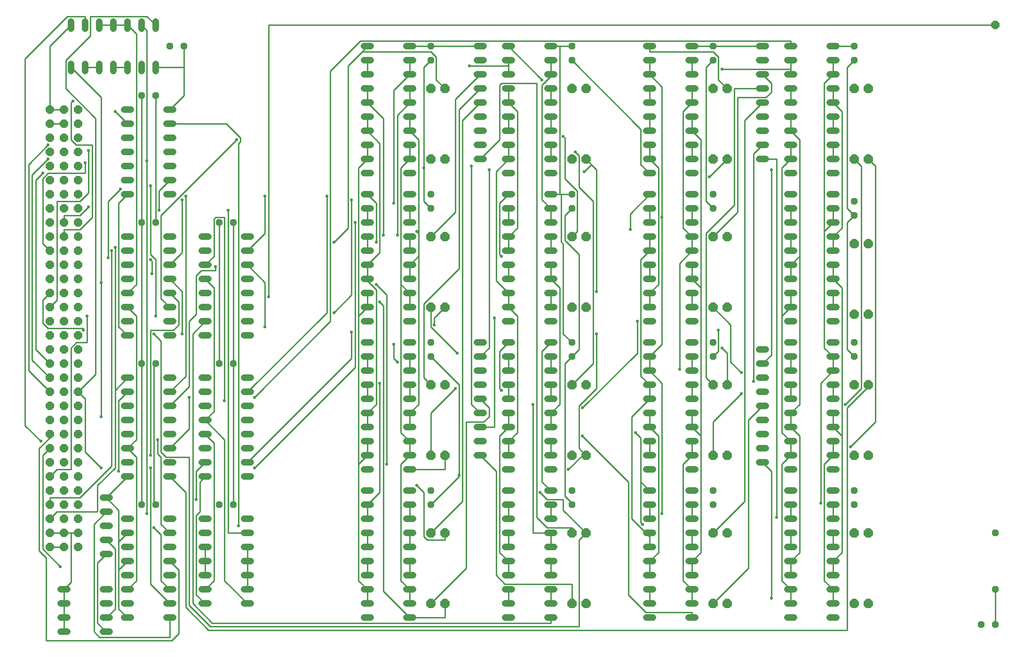
<source format=gbr>
G04 EAGLE Gerber RS-274X export*
G75*
%MOMM*%
%FSLAX34Y34*%
%LPD*%
%INTop Copper*%
%IPPOS*%
%AMOC8*
5,1,8,0,0,1.08239X$1,22.5*%
G01*
%ADD10P,1.649562X8X202.500000*%
%ADD11P,1.319650X8X202.500000*%
%ADD12P,1.319650X8X112.500000*%
%ADD13C,1.219200*%
%ADD14P,1.319650X8X292.500000*%
%ADD15P,1.319650X8X22.500000*%
%ADD16P,1.649562X8X22.500000*%
%ADD17P,1.814519X8X22.500000*%
%ADD18C,0.254000*%
%ADD19C,0.558800*%


D10*
X50800Y177800D03*
X50800Y203200D03*
X50800Y228600D03*
X50800Y254000D03*
X50800Y279400D03*
X50800Y304800D03*
X50800Y330200D03*
X50800Y355600D03*
X50800Y381000D03*
X50800Y406400D03*
X50800Y431800D03*
X50800Y457200D03*
X50800Y482600D03*
X50800Y508000D03*
X50800Y533400D03*
X50800Y558800D03*
X76200Y177800D03*
X76200Y203200D03*
X76200Y228600D03*
X76200Y254000D03*
X76200Y279400D03*
X76200Y304800D03*
X76200Y330200D03*
X76200Y355600D03*
X76200Y381000D03*
X76200Y406400D03*
X76200Y431800D03*
X76200Y457200D03*
X76200Y482600D03*
X76200Y508000D03*
X76200Y533400D03*
X76200Y558800D03*
X101600Y177800D03*
X101600Y203200D03*
X101600Y228600D03*
X101600Y254000D03*
X101600Y279400D03*
X101600Y304800D03*
X101600Y330200D03*
X101600Y355600D03*
X101600Y381000D03*
X101600Y406400D03*
X101600Y431800D03*
X101600Y457200D03*
X101600Y482600D03*
X101600Y508000D03*
X101600Y533400D03*
X101600Y558800D03*
X50800Y584200D03*
X50800Y609600D03*
X50800Y635000D03*
X50800Y660400D03*
X50800Y685800D03*
X50800Y711200D03*
X50800Y736600D03*
X50800Y762000D03*
X50800Y787400D03*
X50800Y812800D03*
X50800Y838200D03*
X50800Y863600D03*
X50800Y889000D03*
X50800Y914400D03*
X50800Y939800D03*
X50800Y965200D03*
X76200Y584200D03*
X76200Y609600D03*
X76200Y635000D03*
X76200Y660400D03*
X76200Y685800D03*
X76200Y711200D03*
X76200Y736600D03*
X76200Y762000D03*
X76200Y787400D03*
X76200Y812800D03*
X76200Y838200D03*
X76200Y863600D03*
X76200Y889000D03*
X76200Y914400D03*
X76200Y939800D03*
X76200Y965200D03*
X101600Y584200D03*
X101600Y609600D03*
X101600Y635000D03*
X101600Y660400D03*
X101600Y685800D03*
X101600Y711200D03*
X101600Y736600D03*
X101600Y762000D03*
X101600Y787400D03*
X101600Y812800D03*
X101600Y838200D03*
X101600Y863600D03*
X101600Y889000D03*
X101600Y914400D03*
X101600Y939800D03*
X101600Y965200D03*
D11*
X1752600Y38100D03*
X1727200Y38100D03*
D12*
X1752600Y101600D03*
X1752600Y203200D03*
D13*
X196596Y965200D02*
X184404Y965200D01*
X184404Y939800D02*
X196596Y939800D01*
X196596Y812800D02*
X184404Y812800D01*
X260604Y812800D02*
X272796Y812800D01*
X196596Y914400D02*
X184404Y914400D01*
X184404Y889000D02*
X196596Y889000D01*
X196596Y838200D02*
X184404Y838200D01*
X184404Y863600D02*
X196596Y863600D01*
X260604Y838200D02*
X272796Y838200D01*
X272796Y863600D02*
X260604Y863600D01*
X260604Y889000D02*
X272796Y889000D01*
X272796Y914400D02*
X260604Y914400D01*
X260604Y939800D02*
X272796Y939800D01*
X272796Y965200D02*
X260604Y965200D01*
X196596Y736600D02*
X184404Y736600D01*
X184404Y711200D02*
X196596Y711200D01*
X196596Y584200D02*
X184404Y584200D01*
X184404Y558800D02*
X196596Y558800D01*
X196596Y685800D02*
X184404Y685800D01*
X184404Y660400D02*
X196596Y660400D01*
X196596Y609600D02*
X184404Y609600D01*
X184404Y635000D02*
X196596Y635000D01*
X260604Y558800D02*
X272796Y558800D01*
X272796Y584200D02*
X260604Y584200D01*
X260604Y609600D02*
X272796Y609600D01*
X272796Y635000D02*
X260604Y635000D01*
X260604Y660400D02*
X272796Y660400D01*
X272796Y685800D02*
X260604Y685800D01*
X260604Y711200D02*
X272796Y711200D01*
X272796Y736600D02*
X260604Y736600D01*
X196596Y482600D02*
X184404Y482600D01*
X184404Y457200D02*
X196596Y457200D01*
X196596Y330200D02*
X184404Y330200D01*
X184404Y304800D02*
X196596Y304800D01*
X196596Y431800D02*
X184404Y431800D01*
X184404Y406400D02*
X196596Y406400D01*
X196596Y355600D02*
X184404Y355600D01*
X184404Y381000D02*
X196596Y381000D01*
X260604Y304800D02*
X272796Y304800D01*
X272796Y330200D02*
X260604Y330200D01*
X260604Y355600D02*
X272796Y355600D01*
X272796Y381000D02*
X260604Y381000D01*
X260604Y406400D02*
X272796Y406400D01*
X272796Y431800D02*
X260604Y431800D01*
X260604Y457200D02*
X272796Y457200D01*
X272796Y482600D02*
X260604Y482600D01*
D14*
X736600Y1079500D03*
X736600Y1054100D03*
X736600Y812800D03*
X736600Y787400D03*
X736600Y546100D03*
X736600Y520700D03*
X736600Y279400D03*
X736600Y254000D03*
X990600Y1079500D03*
X990600Y1054100D03*
X990600Y812800D03*
X990600Y787400D03*
X990600Y546100D03*
X990600Y520700D03*
X990600Y279400D03*
X990600Y254000D03*
X1244600Y1079500D03*
X1244600Y1054100D03*
X1244600Y812800D03*
X1244600Y787400D03*
X1244600Y546100D03*
X1244600Y520700D03*
X1244600Y279400D03*
X1244600Y254000D03*
X1498600Y1079500D03*
X1498600Y1054100D03*
X1498600Y800100D03*
X1498600Y774700D03*
X1498600Y546100D03*
X1498600Y520700D03*
X1498600Y279400D03*
X1498600Y254000D03*
D15*
X215900Y990600D03*
X241300Y990600D03*
X215900Y762000D03*
X241300Y762000D03*
X215900Y508000D03*
X241300Y508000D03*
X215900Y254000D03*
X241300Y254000D03*
D13*
X196596Y228600D02*
X184404Y228600D01*
X184404Y203200D02*
X196596Y203200D01*
X196596Y76200D02*
X184404Y76200D01*
X184404Y50800D02*
X196596Y50800D01*
X196596Y177800D02*
X184404Y177800D01*
X184404Y152400D02*
X196596Y152400D01*
X196596Y101600D02*
X184404Y101600D01*
X184404Y127000D02*
X196596Y127000D01*
X260604Y50800D02*
X272796Y50800D01*
X272796Y76200D02*
X260604Y76200D01*
X260604Y101600D02*
X272796Y101600D01*
X272796Y127000D02*
X260604Y127000D01*
X260604Y152400D02*
X272796Y152400D01*
X272796Y177800D02*
X260604Y177800D01*
X260604Y203200D02*
X272796Y203200D01*
X272796Y228600D02*
X260604Y228600D01*
X241300Y1111504D02*
X241300Y1123696D01*
X215900Y1123696D02*
X215900Y1111504D01*
X88900Y1111504D02*
X88900Y1123696D01*
X88900Y1047496D02*
X88900Y1035304D01*
X190500Y1111504D02*
X190500Y1123696D01*
X165100Y1123696D02*
X165100Y1111504D01*
X114300Y1111504D02*
X114300Y1123696D01*
X139700Y1123696D02*
X139700Y1111504D01*
X114300Y1047496D02*
X114300Y1035304D01*
X139700Y1035304D02*
X139700Y1047496D01*
X165100Y1047496D02*
X165100Y1035304D01*
X190500Y1035304D02*
X190500Y1047496D01*
X215900Y1047496D02*
X215900Y1035304D01*
X241300Y1035304D02*
X241300Y1047496D01*
X82296Y101600D02*
X70104Y101600D01*
X70104Y76200D02*
X82296Y76200D01*
X146304Y76200D02*
X158496Y76200D01*
X158496Y101600D02*
X146304Y101600D01*
X82296Y50800D02*
X70104Y50800D01*
X70104Y25400D02*
X82296Y25400D01*
X146304Y50800D02*
X158496Y50800D01*
X158496Y25400D02*
X146304Y25400D01*
D11*
X292100Y1079500D03*
X266700Y1079500D03*
D13*
X158496Y266700D02*
X146304Y266700D01*
X146304Y241300D02*
X158496Y241300D01*
X158496Y215900D02*
X146304Y215900D01*
X146304Y190500D02*
X158496Y190500D01*
X158496Y165100D02*
X146304Y165100D01*
D16*
X1752600Y1117600D03*
D13*
X628396Y1079500D02*
X616204Y1079500D01*
X616204Y1054100D02*
X628396Y1054100D01*
X628396Y927100D02*
X616204Y927100D01*
X616204Y901700D02*
X628396Y901700D01*
X628396Y1028700D02*
X616204Y1028700D01*
X616204Y1003300D02*
X628396Y1003300D01*
X628396Y952500D02*
X616204Y952500D01*
X616204Y977900D02*
X628396Y977900D01*
X628396Y876300D02*
X616204Y876300D01*
X616204Y850900D02*
X628396Y850900D01*
X692404Y850900D02*
X704596Y850900D01*
X704596Y876300D02*
X692404Y876300D01*
X692404Y901700D02*
X704596Y901700D01*
X704596Y927100D02*
X692404Y927100D01*
X692404Y952500D02*
X704596Y952500D01*
X704596Y977900D02*
X692404Y977900D01*
X692404Y1003300D02*
X704596Y1003300D01*
X704596Y1028700D02*
X692404Y1028700D01*
X692404Y1054100D02*
X704596Y1054100D01*
X704596Y1079500D02*
X692404Y1079500D01*
X336296Y736600D02*
X324104Y736600D01*
X324104Y711200D02*
X336296Y711200D01*
X336296Y584200D02*
X324104Y584200D01*
X324104Y558800D02*
X336296Y558800D01*
X336296Y685800D02*
X324104Y685800D01*
X324104Y660400D02*
X336296Y660400D01*
X336296Y609600D02*
X324104Y609600D01*
X324104Y635000D02*
X336296Y635000D01*
X400304Y558800D02*
X412496Y558800D01*
X412496Y584200D02*
X400304Y584200D01*
X400304Y609600D02*
X412496Y609600D01*
X412496Y635000D02*
X400304Y635000D01*
X400304Y660400D02*
X412496Y660400D01*
X412496Y685800D02*
X400304Y685800D01*
X400304Y711200D02*
X412496Y711200D01*
X412496Y736600D02*
X400304Y736600D01*
X336296Y482600D02*
X324104Y482600D01*
X324104Y457200D02*
X336296Y457200D01*
X336296Y330200D02*
X324104Y330200D01*
X324104Y304800D02*
X336296Y304800D01*
X336296Y431800D02*
X324104Y431800D01*
X324104Y406400D02*
X336296Y406400D01*
X336296Y355600D02*
X324104Y355600D01*
X324104Y381000D02*
X336296Y381000D01*
X400304Y304800D02*
X412496Y304800D01*
X412496Y330200D02*
X400304Y330200D01*
X400304Y355600D02*
X412496Y355600D01*
X412496Y381000D02*
X400304Y381000D01*
X400304Y406400D02*
X412496Y406400D01*
X412496Y431800D02*
X400304Y431800D01*
X400304Y457200D02*
X412496Y457200D01*
X412496Y482600D02*
X400304Y482600D01*
X336296Y228600D02*
X324104Y228600D01*
X324104Y203200D02*
X336296Y203200D01*
X336296Y76200D02*
X324104Y76200D01*
X400304Y76200D02*
X412496Y76200D01*
X336296Y177800D02*
X324104Y177800D01*
X324104Y152400D02*
X336296Y152400D01*
X336296Y101600D02*
X324104Y101600D01*
X324104Y127000D02*
X336296Y127000D01*
X400304Y101600D02*
X412496Y101600D01*
X412496Y127000D02*
X400304Y127000D01*
X400304Y152400D02*
X412496Y152400D01*
X412496Y177800D02*
X400304Y177800D01*
X400304Y203200D02*
X412496Y203200D01*
X412496Y228600D02*
X400304Y228600D01*
X616204Y812800D02*
X628396Y812800D01*
X628396Y787400D02*
X616204Y787400D01*
X616204Y660400D02*
X628396Y660400D01*
X628396Y635000D02*
X616204Y635000D01*
X616204Y762000D02*
X628396Y762000D01*
X628396Y736600D02*
X616204Y736600D01*
X616204Y685800D02*
X628396Y685800D01*
X628396Y711200D02*
X616204Y711200D01*
X616204Y609600D02*
X628396Y609600D01*
X628396Y584200D02*
X616204Y584200D01*
X692404Y584200D02*
X704596Y584200D01*
X704596Y609600D02*
X692404Y609600D01*
X692404Y635000D02*
X704596Y635000D01*
X704596Y660400D02*
X692404Y660400D01*
X692404Y685800D02*
X704596Y685800D01*
X704596Y711200D02*
X692404Y711200D01*
X692404Y736600D02*
X704596Y736600D01*
X704596Y762000D02*
X692404Y762000D01*
X692404Y787400D02*
X704596Y787400D01*
X704596Y812800D02*
X692404Y812800D01*
X628396Y546100D02*
X616204Y546100D01*
X616204Y520700D02*
X628396Y520700D01*
X628396Y393700D02*
X616204Y393700D01*
X616204Y368300D02*
X628396Y368300D01*
X628396Y495300D02*
X616204Y495300D01*
X616204Y469900D02*
X628396Y469900D01*
X628396Y419100D02*
X616204Y419100D01*
X616204Y444500D02*
X628396Y444500D01*
X628396Y342900D02*
X616204Y342900D01*
X616204Y317500D02*
X628396Y317500D01*
X692404Y317500D02*
X704596Y317500D01*
X704596Y342900D02*
X692404Y342900D01*
X692404Y368300D02*
X704596Y368300D01*
X704596Y393700D02*
X692404Y393700D01*
X692404Y419100D02*
X704596Y419100D01*
X704596Y444500D02*
X692404Y444500D01*
X692404Y469900D02*
X704596Y469900D01*
X704596Y495300D02*
X692404Y495300D01*
X692404Y520700D02*
X704596Y520700D01*
X704596Y546100D02*
X692404Y546100D01*
X628396Y279400D02*
X616204Y279400D01*
X616204Y254000D02*
X628396Y254000D01*
X628396Y127000D02*
X616204Y127000D01*
X616204Y101600D02*
X628396Y101600D01*
X628396Y228600D02*
X616204Y228600D01*
X616204Y203200D02*
X628396Y203200D01*
X628396Y152400D02*
X616204Y152400D01*
X616204Y177800D02*
X628396Y177800D01*
X628396Y76200D02*
X616204Y76200D01*
X616204Y50800D02*
X628396Y50800D01*
X692404Y50800D02*
X704596Y50800D01*
X704596Y76200D02*
X692404Y76200D01*
X692404Y101600D02*
X704596Y101600D01*
X704596Y127000D02*
X692404Y127000D01*
X692404Y152400D02*
X704596Y152400D01*
X704596Y177800D02*
X692404Y177800D01*
X692404Y203200D02*
X704596Y203200D01*
X704596Y228600D02*
X692404Y228600D01*
X692404Y254000D02*
X704596Y254000D01*
X704596Y279400D02*
X692404Y279400D01*
X870204Y1079500D02*
X882396Y1079500D01*
X882396Y1054100D02*
X870204Y1054100D01*
X870204Y927100D02*
X882396Y927100D01*
X882396Y901700D02*
X870204Y901700D01*
X870204Y1028700D02*
X882396Y1028700D01*
X882396Y1003300D02*
X870204Y1003300D01*
X870204Y952500D02*
X882396Y952500D01*
X882396Y977900D02*
X870204Y977900D01*
X870204Y876300D02*
X882396Y876300D01*
X882396Y850900D02*
X870204Y850900D01*
X946404Y850900D02*
X958596Y850900D01*
X958596Y876300D02*
X946404Y876300D01*
X946404Y901700D02*
X958596Y901700D01*
X958596Y927100D02*
X946404Y927100D01*
X946404Y952500D02*
X958596Y952500D01*
X958596Y977900D02*
X946404Y977900D01*
X946404Y1003300D02*
X958596Y1003300D01*
X958596Y1028700D02*
X946404Y1028700D01*
X946404Y1054100D02*
X958596Y1054100D01*
X958596Y1079500D02*
X946404Y1079500D01*
X882396Y812800D02*
X870204Y812800D01*
X870204Y787400D02*
X882396Y787400D01*
X882396Y660400D02*
X870204Y660400D01*
X870204Y635000D02*
X882396Y635000D01*
X882396Y762000D02*
X870204Y762000D01*
X870204Y736600D02*
X882396Y736600D01*
X882396Y685800D02*
X870204Y685800D01*
X870204Y711200D02*
X882396Y711200D01*
X882396Y609600D02*
X870204Y609600D01*
X870204Y584200D02*
X882396Y584200D01*
X946404Y584200D02*
X958596Y584200D01*
X958596Y609600D02*
X946404Y609600D01*
X946404Y635000D02*
X958596Y635000D01*
X958596Y660400D02*
X946404Y660400D01*
X946404Y685800D02*
X958596Y685800D01*
X958596Y711200D02*
X946404Y711200D01*
X946404Y736600D02*
X958596Y736600D01*
X958596Y762000D02*
X946404Y762000D01*
X946404Y787400D02*
X958596Y787400D01*
X958596Y812800D02*
X946404Y812800D01*
X882396Y546100D02*
X870204Y546100D01*
X870204Y520700D02*
X882396Y520700D01*
X882396Y393700D02*
X870204Y393700D01*
X870204Y368300D02*
X882396Y368300D01*
X882396Y495300D02*
X870204Y495300D01*
X870204Y469900D02*
X882396Y469900D01*
X882396Y419100D02*
X870204Y419100D01*
X870204Y444500D02*
X882396Y444500D01*
X882396Y342900D02*
X870204Y342900D01*
X870204Y317500D02*
X882396Y317500D01*
X946404Y317500D02*
X958596Y317500D01*
X958596Y342900D02*
X946404Y342900D01*
X946404Y368300D02*
X958596Y368300D01*
X958596Y393700D02*
X946404Y393700D01*
X946404Y419100D02*
X958596Y419100D01*
X958596Y444500D02*
X946404Y444500D01*
X946404Y469900D02*
X958596Y469900D01*
X958596Y495300D02*
X946404Y495300D01*
X946404Y520700D02*
X958596Y520700D01*
X958596Y546100D02*
X946404Y546100D01*
X882396Y279400D02*
X870204Y279400D01*
X870204Y254000D02*
X882396Y254000D01*
X882396Y127000D02*
X870204Y127000D01*
X870204Y101600D02*
X882396Y101600D01*
X882396Y228600D02*
X870204Y228600D01*
X870204Y203200D02*
X882396Y203200D01*
X882396Y152400D02*
X870204Y152400D01*
X870204Y177800D02*
X882396Y177800D01*
X882396Y76200D02*
X870204Y76200D01*
X870204Y50800D02*
X882396Y50800D01*
X946404Y50800D02*
X958596Y50800D01*
X958596Y76200D02*
X946404Y76200D01*
X946404Y101600D02*
X958596Y101600D01*
X958596Y127000D02*
X946404Y127000D01*
X946404Y152400D02*
X958596Y152400D01*
X958596Y177800D02*
X946404Y177800D01*
X946404Y203200D02*
X958596Y203200D01*
X958596Y228600D02*
X946404Y228600D01*
X946404Y254000D02*
X958596Y254000D01*
X958596Y279400D02*
X946404Y279400D01*
X1124204Y1079500D02*
X1136396Y1079500D01*
X1136396Y1054100D02*
X1124204Y1054100D01*
X1124204Y927100D02*
X1136396Y927100D01*
X1136396Y901700D02*
X1124204Y901700D01*
X1124204Y1028700D02*
X1136396Y1028700D01*
X1136396Y1003300D02*
X1124204Y1003300D01*
X1124204Y952500D02*
X1136396Y952500D01*
X1136396Y977900D02*
X1124204Y977900D01*
X1124204Y876300D02*
X1136396Y876300D01*
X1136396Y850900D02*
X1124204Y850900D01*
X1200404Y850900D02*
X1212596Y850900D01*
X1212596Y876300D02*
X1200404Y876300D01*
X1200404Y901700D02*
X1212596Y901700D01*
X1212596Y927100D02*
X1200404Y927100D01*
X1200404Y952500D02*
X1212596Y952500D01*
X1212596Y977900D02*
X1200404Y977900D01*
X1200404Y1003300D02*
X1212596Y1003300D01*
X1212596Y1028700D02*
X1200404Y1028700D01*
X1200404Y1054100D02*
X1212596Y1054100D01*
X1212596Y1079500D02*
X1200404Y1079500D01*
X1136396Y812800D02*
X1124204Y812800D01*
X1124204Y787400D02*
X1136396Y787400D01*
X1136396Y660400D02*
X1124204Y660400D01*
X1124204Y635000D02*
X1136396Y635000D01*
X1136396Y762000D02*
X1124204Y762000D01*
X1124204Y736600D02*
X1136396Y736600D01*
X1136396Y685800D02*
X1124204Y685800D01*
X1124204Y711200D02*
X1136396Y711200D01*
X1136396Y609600D02*
X1124204Y609600D01*
X1124204Y584200D02*
X1136396Y584200D01*
X1200404Y584200D02*
X1212596Y584200D01*
X1212596Y609600D02*
X1200404Y609600D01*
X1200404Y635000D02*
X1212596Y635000D01*
X1212596Y660400D02*
X1200404Y660400D01*
X1200404Y685800D02*
X1212596Y685800D01*
X1212596Y711200D02*
X1200404Y711200D01*
X1200404Y736600D02*
X1212596Y736600D01*
X1212596Y762000D02*
X1200404Y762000D01*
X1200404Y787400D02*
X1212596Y787400D01*
X1212596Y812800D02*
X1200404Y812800D01*
X1136396Y546100D02*
X1124204Y546100D01*
X1124204Y520700D02*
X1136396Y520700D01*
X1136396Y393700D02*
X1124204Y393700D01*
X1124204Y368300D02*
X1136396Y368300D01*
X1136396Y495300D02*
X1124204Y495300D01*
X1124204Y469900D02*
X1136396Y469900D01*
X1136396Y419100D02*
X1124204Y419100D01*
X1124204Y444500D02*
X1136396Y444500D01*
X1136396Y342900D02*
X1124204Y342900D01*
X1124204Y317500D02*
X1136396Y317500D01*
X1200404Y317500D02*
X1212596Y317500D01*
X1212596Y342900D02*
X1200404Y342900D01*
X1200404Y368300D02*
X1212596Y368300D01*
X1212596Y393700D02*
X1200404Y393700D01*
X1200404Y419100D02*
X1212596Y419100D01*
X1212596Y444500D02*
X1200404Y444500D01*
X1200404Y469900D02*
X1212596Y469900D01*
X1212596Y495300D02*
X1200404Y495300D01*
X1200404Y520700D02*
X1212596Y520700D01*
X1212596Y546100D02*
X1200404Y546100D01*
X1136396Y279400D02*
X1124204Y279400D01*
X1124204Y254000D02*
X1136396Y254000D01*
X1136396Y127000D02*
X1124204Y127000D01*
X1124204Y101600D02*
X1136396Y101600D01*
X1136396Y228600D02*
X1124204Y228600D01*
X1124204Y203200D02*
X1136396Y203200D01*
X1136396Y152400D02*
X1124204Y152400D01*
X1124204Y177800D02*
X1136396Y177800D01*
X1136396Y76200D02*
X1124204Y76200D01*
X1124204Y50800D02*
X1136396Y50800D01*
X1200404Y50800D02*
X1212596Y50800D01*
X1212596Y76200D02*
X1200404Y76200D01*
X1200404Y101600D02*
X1212596Y101600D01*
X1212596Y127000D02*
X1200404Y127000D01*
X1200404Y152400D02*
X1212596Y152400D01*
X1212596Y177800D02*
X1200404Y177800D01*
X1200404Y203200D02*
X1212596Y203200D01*
X1212596Y228600D02*
X1200404Y228600D01*
X1200404Y254000D02*
X1212596Y254000D01*
X1212596Y279400D02*
X1200404Y279400D01*
X1378204Y1079500D02*
X1390396Y1079500D01*
X1390396Y1054100D02*
X1378204Y1054100D01*
X1378204Y927100D02*
X1390396Y927100D01*
X1390396Y901700D02*
X1378204Y901700D01*
X1378204Y1028700D02*
X1390396Y1028700D01*
X1390396Y1003300D02*
X1378204Y1003300D01*
X1378204Y952500D02*
X1390396Y952500D01*
X1390396Y977900D02*
X1378204Y977900D01*
X1378204Y876300D02*
X1390396Y876300D01*
X1390396Y850900D02*
X1378204Y850900D01*
X1454404Y850900D02*
X1466596Y850900D01*
X1466596Y876300D02*
X1454404Y876300D01*
X1454404Y901700D02*
X1466596Y901700D01*
X1466596Y927100D02*
X1454404Y927100D01*
X1454404Y952500D02*
X1466596Y952500D01*
X1466596Y977900D02*
X1454404Y977900D01*
X1454404Y1003300D02*
X1466596Y1003300D01*
X1466596Y1028700D02*
X1454404Y1028700D01*
X1454404Y1054100D02*
X1466596Y1054100D01*
X1466596Y1079500D02*
X1454404Y1079500D01*
X1390396Y812800D02*
X1378204Y812800D01*
X1378204Y787400D02*
X1390396Y787400D01*
X1390396Y660400D02*
X1378204Y660400D01*
X1378204Y635000D02*
X1390396Y635000D01*
X1390396Y762000D02*
X1378204Y762000D01*
X1378204Y736600D02*
X1390396Y736600D01*
X1390396Y685800D02*
X1378204Y685800D01*
X1378204Y711200D02*
X1390396Y711200D01*
X1390396Y609600D02*
X1378204Y609600D01*
X1378204Y584200D02*
X1390396Y584200D01*
X1454404Y584200D02*
X1466596Y584200D01*
X1466596Y609600D02*
X1454404Y609600D01*
X1454404Y635000D02*
X1466596Y635000D01*
X1466596Y660400D02*
X1454404Y660400D01*
X1454404Y685800D02*
X1466596Y685800D01*
X1466596Y711200D02*
X1454404Y711200D01*
X1454404Y736600D02*
X1466596Y736600D01*
X1466596Y762000D02*
X1454404Y762000D01*
X1454404Y787400D02*
X1466596Y787400D01*
X1466596Y812800D02*
X1454404Y812800D01*
X1390396Y546100D02*
X1378204Y546100D01*
X1378204Y520700D02*
X1390396Y520700D01*
X1390396Y393700D02*
X1378204Y393700D01*
X1378204Y368300D02*
X1390396Y368300D01*
X1390396Y495300D02*
X1378204Y495300D01*
X1378204Y469900D02*
X1390396Y469900D01*
X1390396Y419100D02*
X1378204Y419100D01*
X1378204Y444500D02*
X1390396Y444500D01*
X1390396Y342900D02*
X1378204Y342900D01*
X1378204Y317500D02*
X1390396Y317500D01*
X1454404Y317500D02*
X1466596Y317500D01*
X1466596Y342900D02*
X1454404Y342900D01*
X1454404Y368300D02*
X1466596Y368300D01*
X1466596Y393700D02*
X1454404Y393700D01*
X1454404Y419100D02*
X1466596Y419100D01*
X1466596Y444500D02*
X1454404Y444500D01*
X1454404Y469900D02*
X1466596Y469900D01*
X1466596Y495300D02*
X1454404Y495300D01*
X1454404Y520700D02*
X1466596Y520700D01*
X1466596Y546100D02*
X1454404Y546100D01*
X1390396Y279400D02*
X1378204Y279400D01*
X1378204Y254000D02*
X1390396Y254000D01*
X1390396Y127000D02*
X1378204Y127000D01*
X1378204Y101600D02*
X1390396Y101600D01*
X1390396Y228600D02*
X1378204Y228600D01*
X1378204Y203200D02*
X1390396Y203200D01*
X1390396Y152400D02*
X1378204Y152400D01*
X1378204Y177800D02*
X1390396Y177800D01*
X1390396Y76200D02*
X1378204Y76200D01*
X1378204Y50800D02*
X1390396Y50800D01*
X1454404Y50800D02*
X1466596Y50800D01*
X1466596Y76200D02*
X1454404Y76200D01*
X1454404Y101600D02*
X1466596Y101600D01*
X1466596Y127000D02*
X1454404Y127000D01*
X1454404Y152400D02*
X1466596Y152400D01*
X1466596Y177800D02*
X1454404Y177800D01*
X1454404Y203200D02*
X1466596Y203200D01*
X1466596Y228600D02*
X1454404Y228600D01*
X1454404Y254000D02*
X1466596Y254000D01*
X1466596Y279400D02*
X1454404Y279400D01*
X831596Y1079500D02*
X819404Y1079500D01*
X819404Y1054100D02*
X831596Y1054100D01*
X831596Y1028700D02*
X819404Y1028700D01*
X819404Y1003300D02*
X831596Y1003300D01*
X831596Y977900D02*
X819404Y977900D01*
X819404Y952500D02*
X831596Y952500D01*
X831596Y927100D02*
X819404Y927100D01*
X819404Y901700D02*
X831596Y901700D01*
X831596Y876300D02*
X819404Y876300D01*
X1327404Y1079500D02*
X1339596Y1079500D01*
X1339596Y1054100D02*
X1327404Y1054100D01*
X1327404Y1028700D02*
X1339596Y1028700D01*
X1339596Y1003300D02*
X1327404Y1003300D01*
X1327404Y977900D02*
X1339596Y977900D01*
X1339596Y952500D02*
X1327404Y952500D01*
X1327404Y927100D02*
X1339596Y927100D01*
X1339596Y901700D02*
X1327404Y901700D01*
X1327404Y876300D02*
X1339596Y876300D01*
D17*
X736600Y1003300D03*
X762000Y1003300D03*
X736600Y736600D03*
X762000Y736600D03*
X736600Y469900D03*
X762000Y469900D03*
X736600Y203200D03*
X762000Y203200D03*
X990600Y1003300D03*
X1016000Y1003300D03*
X990600Y736600D03*
X1016000Y736600D03*
X990600Y469900D03*
X1016000Y469900D03*
X990600Y203200D03*
X1016000Y203200D03*
D13*
X831596Y546100D02*
X819404Y546100D01*
X819404Y520700D02*
X831596Y520700D01*
X831596Y495300D02*
X819404Y495300D01*
X819404Y469900D02*
X831596Y469900D01*
X831596Y444500D02*
X819404Y444500D01*
X819404Y419100D02*
X831596Y419100D01*
X831596Y393700D02*
X819404Y393700D01*
X819404Y368300D02*
X831596Y368300D01*
X831596Y342900D02*
X819404Y342900D01*
X1327404Y533400D02*
X1339596Y533400D01*
X1339596Y508000D02*
X1327404Y508000D01*
X1327404Y482600D02*
X1339596Y482600D01*
X1339596Y457200D02*
X1327404Y457200D01*
X1327404Y431800D02*
X1339596Y431800D01*
X1339596Y406400D02*
X1327404Y406400D01*
X1327404Y381000D02*
X1339596Y381000D01*
X1339596Y355600D02*
X1327404Y355600D01*
X1327404Y330200D02*
X1339596Y330200D01*
D17*
X1244600Y1003300D03*
X1270000Y1003300D03*
X1244600Y736600D03*
X1270000Y736600D03*
X1244600Y469900D03*
X1270000Y469900D03*
X1244600Y203200D03*
X1270000Y203200D03*
X1498600Y1003300D03*
X1524000Y1003300D03*
X1498600Y723900D03*
X1524000Y723900D03*
X1498600Y469900D03*
X1524000Y469900D03*
X1498600Y203200D03*
X1524000Y203200D03*
X990600Y76200D03*
X1016000Y76200D03*
X990600Y342900D03*
X1016000Y342900D03*
X990600Y609600D03*
X1016000Y609600D03*
X990600Y876300D03*
X1016000Y876300D03*
X736600Y76200D03*
X762000Y76200D03*
X736600Y342900D03*
X762000Y342900D03*
X736600Y609600D03*
X762000Y609600D03*
X736600Y876300D03*
X762000Y876300D03*
X1498600Y76200D03*
X1524000Y76200D03*
X1498600Y342900D03*
X1524000Y342900D03*
X1498600Y596900D03*
X1524000Y596900D03*
X1498600Y876300D03*
X1524000Y876300D03*
X1244600Y76200D03*
X1270000Y76200D03*
X1244600Y342900D03*
X1270000Y342900D03*
X1244600Y609600D03*
X1270000Y609600D03*
X1244600Y876300D03*
X1270000Y876300D03*
D15*
X355600Y762000D03*
X381000Y762000D03*
X355600Y508000D03*
X381000Y508000D03*
X355600Y254000D03*
X381000Y254000D03*
D18*
X736600Y787400D02*
X723900Y800100D01*
X723900Y860425D02*
X723900Y1041400D01*
X723900Y860425D02*
X723900Y800100D01*
X723900Y1041400D02*
X736600Y1054100D01*
X990600Y1054100D02*
X1114425Y930275D01*
X1114425Y866775D01*
X1130300Y850900D01*
X1231900Y1041400D02*
X1244600Y1054100D01*
X1231900Y1041400D02*
X1231900Y800100D01*
X1244600Y787400D01*
X1485900Y1041400D02*
X1498600Y1054100D01*
X1485900Y1041400D02*
X1485900Y787400D01*
X1498600Y774700D01*
X1485900Y762000D01*
X1485900Y533400D01*
X1498600Y520700D01*
X1254125Y530225D02*
X1254125Y568325D01*
X1254125Y530225D02*
X1244600Y520700D01*
X977900Y774700D02*
X990600Y787400D01*
X977900Y774700D02*
X977900Y730250D01*
X1003300Y704850D01*
X1003300Y533400D01*
X990600Y520700D01*
X381000Y508000D02*
X381000Y254000D01*
X50800Y1079500D02*
X88900Y1117600D01*
X50800Y1079500D02*
X50800Y965200D01*
X76200Y965200D01*
X241300Y990600D02*
X241300Y762000D01*
X381000Y762000D02*
X381000Y508000D01*
X736600Y520700D02*
X787400Y469900D01*
X787400Y307975D02*
X787400Y304800D01*
X787400Y307975D02*
X787400Y469900D01*
X787400Y304800D02*
X736600Y254000D01*
X190500Y304800D02*
X152400Y266700D01*
X76200Y177800D02*
X50800Y177800D01*
X174625Y66675D02*
X190500Y50800D01*
X174625Y66675D02*
X174625Y136525D01*
X190500Y152400D01*
X174625Y187325D02*
X190500Y203200D01*
X174625Y187325D02*
X174625Y136525D01*
X320675Y295275D02*
X330200Y304800D01*
X320675Y295275D02*
X320675Y241300D01*
X314325Y234950D01*
X314325Y92075D01*
X330200Y76200D01*
X174625Y244475D02*
X152400Y266700D01*
X174625Y244475D02*
X174625Y187325D01*
X174625Y796925D02*
X190500Y812800D01*
X174625Y796925D02*
X174625Y574675D01*
X190500Y558800D01*
X238125Y257175D02*
X241300Y254000D01*
X238125Y257175D02*
X238125Y504825D01*
X241300Y508000D01*
X977900Y508000D02*
X990600Y520700D01*
X977900Y508000D02*
X977900Y269875D01*
X990600Y257175D01*
X990600Y254000D01*
D19*
X723900Y860425D03*
X1254125Y568325D03*
X787400Y307975D03*
D18*
X76200Y203200D02*
X50800Y203200D01*
X76200Y203200D02*
X88900Y203200D01*
X101600Y203200D01*
X76200Y50800D02*
X76200Y25400D01*
X76200Y76200D02*
X76200Y101600D01*
X76200Y76200D02*
X76200Y50800D01*
X88900Y114300D02*
X88900Y203200D01*
X88900Y114300D02*
X76200Y101600D01*
X76200Y939800D02*
X50800Y939800D01*
X266700Y965200D02*
X292100Y990600D01*
X292100Y1041400D02*
X292100Y1079500D01*
X292100Y1041400D02*
X292100Y990600D01*
X292100Y1041400D02*
X241300Y1041400D01*
X215900Y762000D02*
X215900Y508000D01*
X355600Y508000D02*
X355600Y762000D01*
X215900Y762000D02*
X215900Y990600D01*
X215900Y508000D02*
X215900Y254000D01*
X968375Y1079500D02*
X990600Y1079500D01*
X968375Y1079500D02*
X952500Y1079500D01*
X736600Y1079500D02*
X698500Y1079500D01*
X736600Y1079500D02*
X825500Y1079500D01*
X1460500Y1079500D02*
X1498600Y1079500D01*
X1244600Y1079500D02*
X1206500Y1079500D01*
X1244600Y1079500D02*
X1333500Y1079500D01*
X990600Y812800D02*
X971550Y812800D01*
X968375Y812800D01*
X952500Y812800D01*
X968375Y812800D02*
X968375Y1079500D01*
X974725Y561975D02*
X990600Y546100D01*
X974725Y561975D02*
X974725Y723900D01*
X971550Y727075D01*
X971550Y812800D01*
X936625Y295275D02*
X952500Y279400D01*
X936625Y295275D02*
X936625Y530225D01*
X952500Y546100D01*
X1384300Y762000D02*
X1384300Y787400D01*
X1130300Y787400D02*
X1130300Y762000D01*
X622300Y762000D02*
X622300Y787400D01*
X876300Y787400D02*
X876300Y762000D01*
X1384300Y520700D02*
X1384300Y495300D01*
X876300Y495300D02*
X876300Y520700D01*
X1130300Y520700D02*
X1130300Y495300D01*
X1384300Y1038225D02*
X1384300Y1054100D01*
X1384300Y1038225D02*
X1384300Y1028700D01*
X1130300Y1028700D02*
X1130300Y1054100D01*
X622300Y1054100D02*
X622300Y1028700D01*
X876300Y1044575D02*
X876300Y1054100D01*
X876300Y1044575D02*
X876300Y1028700D01*
X876300Y1044575D02*
X806450Y1044575D01*
X1260475Y1038225D02*
X1384300Y1038225D01*
X1152525Y542925D02*
X1130300Y520700D01*
X1152525Y771525D02*
X1152525Y1006475D01*
X1152525Y771525D02*
X1152525Y542925D01*
X1152525Y1006475D02*
X1130300Y1028700D01*
X622300Y520700D02*
X622300Y495300D01*
X50800Y635000D02*
X38100Y622300D01*
X38100Y581025D01*
X47625Y571500D01*
X111125Y571500D01*
X111125Y568325D01*
X622300Y254000D02*
X622300Y228600D01*
X876300Y228600D02*
X876300Y254000D01*
X1130300Y254000D02*
X1130300Y228600D01*
X1384300Y228600D02*
X1384300Y254000D01*
X644525Y276225D02*
X644525Y473075D01*
X644525Y276225D02*
X622300Y254000D01*
X1130300Y495300D02*
X1152525Y473075D01*
X1152525Y238125D01*
D19*
X806450Y1044575D03*
X1260475Y1038225D03*
X1152525Y771525D03*
X111125Y568325D03*
X644525Y473075D03*
X1152525Y238125D03*
D18*
X1384300Y977900D02*
X1384300Y1003300D01*
X1130300Y1003300D02*
X1130300Y977900D01*
X876300Y977900D02*
X876300Y1003300D01*
X622300Y1003300D02*
X622300Y977900D01*
X622300Y736600D02*
X622300Y711200D01*
X876300Y711200D02*
X876300Y736600D01*
X650875Y949325D02*
X622300Y977900D01*
X650875Y949325D02*
X650875Y739775D01*
X876300Y977900D02*
X892175Y962025D01*
X892175Y752475D01*
X876300Y736600D01*
X876300Y469900D02*
X876300Y444500D01*
X622300Y444500D02*
X622300Y469900D01*
X1384300Y711200D02*
X1384300Y736600D01*
X1384300Y469900D02*
X1384300Y444500D01*
X1130300Y444500D02*
X1130300Y469900D01*
X1130300Y711200D02*
X1130300Y736600D01*
X1114425Y485775D02*
X1130300Y469900D01*
X1114425Y485775D02*
X1114425Y695325D01*
X1130300Y711200D01*
X622300Y203200D02*
X622300Y177800D01*
X876300Y177800D02*
X876300Y203200D01*
X1130300Y203200D02*
X1130300Y196850D01*
X1130300Y177800D01*
X1384300Y177800D02*
X1384300Y203200D01*
X1130300Y444500D02*
X1098550Y412750D01*
X1098550Y228600D01*
X1130300Y196850D01*
D19*
X650875Y739775D03*
D18*
X1130300Y635000D02*
X1130300Y609600D01*
X1130300Y876300D02*
X1130300Y901700D01*
X1146175Y650875D02*
X1130300Y635000D01*
X1146175Y650875D02*
X1146175Y860425D01*
X1130300Y876300D01*
X1384300Y876300D02*
X1384300Y901700D01*
X1384300Y635000D02*
X1384300Y609600D01*
X1130300Y368300D02*
X1130300Y342900D01*
X1384300Y342900D02*
X1384300Y368300D01*
X1368425Y593725D02*
X1384300Y609600D01*
X1368425Y593725D02*
X1368425Y384175D01*
X1384300Y368300D01*
X1368425Y860425D02*
X1384300Y876300D01*
X1368425Y860425D02*
X1368425Y593725D01*
X622300Y876300D02*
X622300Y901700D01*
X50800Y711200D02*
X38100Y723900D01*
X38100Y841375D01*
X47625Y850900D01*
X114300Y850900D01*
X114300Y869950D01*
X876300Y876300D02*
X876300Y901700D01*
X876300Y368300D02*
X876300Y342900D01*
X876300Y609600D02*
X876300Y635000D01*
X892175Y384175D02*
X876300Y368300D01*
X892175Y384175D02*
X892175Y593725D01*
X876300Y609600D01*
X854075Y854075D02*
X876300Y876300D01*
X854075Y854075D02*
X854075Y657225D01*
X876300Y635000D01*
X1384300Y101600D02*
X1384300Y76200D01*
X1130300Y76200D02*
X1130300Y101600D01*
X876300Y101600D02*
X876300Y76200D01*
X622300Y609600D02*
X622300Y635000D01*
X622300Y101600D02*
X622300Y76200D01*
X622300Y342900D02*
X622300Y368300D01*
X606425Y117475D02*
X622300Y101600D01*
X606425Y117475D02*
X606425Y327025D01*
X622300Y342900D01*
X606425Y593725D02*
X622300Y609600D01*
X606425Y593725D02*
X606425Y327025D01*
X606425Y860425D02*
X622300Y876300D01*
X606425Y860425D02*
X606425Y593725D01*
X1368425Y327025D02*
X1384300Y342900D01*
X1368425Y327025D02*
X1368425Y117475D01*
X1384300Y101600D01*
D19*
X114300Y869950D03*
D18*
X952500Y368300D02*
X952500Y342900D01*
X1206500Y342900D02*
X1206500Y368300D01*
X1460500Y368300D02*
X1460500Y342900D01*
X1460500Y101600D02*
X1460500Y76200D01*
X1206500Y76200D02*
X1206500Y101600D01*
X952500Y101600D02*
X952500Y76200D01*
X698500Y76200D02*
X698500Y101600D01*
X698500Y342900D02*
X698500Y368300D01*
X682625Y117475D02*
X698500Y101600D01*
X682625Y117475D02*
X682625Y327025D01*
X698500Y342900D01*
X1444625Y327025D02*
X1460500Y342900D01*
X1444625Y327025D02*
X1444625Y117475D01*
X1460500Y101600D01*
X1206500Y342900D02*
X1190625Y327025D01*
X1190625Y117475D01*
X1206500Y101600D01*
X1460500Y876300D02*
X1460500Y901700D01*
X1460500Y635000D02*
X1460500Y609600D01*
X1206500Y876300D02*
X1206500Y901700D01*
X952500Y901700D02*
X952500Y876300D01*
X1206500Y635000D02*
X1206500Y609600D01*
X952500Y609600D02*
X952500Y635000D01*
X698500Y876300D02*
X698500Y901700D01*
X698500Y635000D02*
X698500Y609600D01*
X234950Y692150D02*
X231775Y695325D01*
X234950Y692150D02*
X234950Y669925D01*
X682625Y860425D02*
X698500Y876300D01*
X682625Y860425D02*
X682625Y650875D01*
X698500Y635000D01*
X682625Y384175D02*
X698500Y368300D01*
X682625Y384175D02*
X682625Y650875D01*
D19*
X231775Y695325D03*
X234950Y669925D03*
D18*
X952500Y419100D02*
X952500Y393700D01*
X952500Y660400D02*
X952500Y685800D01*
X968375Y434975D02*
X952500Y419100D01*
X968375Y434975D02*
X968375Y644525D01*
X952500Y660400D01*
X698500Y927100D02*
X698500Y952500D01*
X698500Y419100D02*
X698500Y393700D01*
X698500Y660400D02*
X698500Y685800D01*
X714375Y742950D02*
X711200Y746125D01*
X714375Y742950D02*
X714375Y701675D01*
X698500Y685800D01*
X714375Y434975D02*
X698500Y419100D01*
X714375Y434975D02*
X714375Y701675D01*
X714375Y911225D02*
X698500Y927100D01*
X714375Y911225D02*
X714375Y742950D01*
X1460500Y685800D02*
X1460500Y660400D01*
X1460500Y152400D02*
X1460500Y127000D01*
X1460500Y393700D02*
X1460500Y419100D01*
X1476375Y168275D02*
X1460500Y152400D01*
X1476375Y168275D02*
X1476375Y377825D01*
X1460500Y393700D01*
X1476375Y644525D02*
X1460500Y660400D01*
X1476375Y644525D02*
X1476375Y377825D01*
X1460500Y927100D02*
X1460500Y952500D01*
X952500Y952500D02*
X952500Y927100D01*
X1206500Y927100D02*
X1206500Y952500D01*
X1206500Y685800D02*
X1206500Y660400D01*
X1206500Y419100D02*
X1206500Y393700D01*
X1206500Y152400D02*
X1206500Y127000D01*
X698500Y127000D02*
X698500Y152400D01*
X952500Y152400D02*
X952500Y127000D01*
X1206500Y393700D02*
X1222375Y377825D01*
X1222375Y168275D01*
X1206500Y152400D01*
X1222375Y644525D02*
X1206500Y660400D01*
X1222375Y644525D02*
X1222375Y377825D01*
X1222375Y911225D02*
X1206500Y927100D01*
X1222375Y911225D02*
X1222375Y644525D01*
D19*
X711200Y746125D03*
D18*
X698500Y203200D02*
X698500Y177800D01*
X952500Y177800D02*
X952500Y203200D01*
X1206500Y203200D02*
X1206500Y177800D01*
X1460500Y177800D02*
X1460500Y203200D01*
X1460500Y444500D02*
X1460500Y469900D01*
X1206500Y469900D02*
X1206500Y444500D01*
X698500Y444500D02*
X698500Y469900D01*
X952500Y469900D02*
X952500Y444500D01*
X952500Y203200D02*
X920750Y203200D01*
X920750Y434975D01*
X698500Y977900D02*
X698500Y1003300D01*
X1460500Y736600D02*
X1460500Y711200D01*
X1460500Y977900D02*
X1460500Y1003300D01*
X1476375Y752475D02*
X1460500Y736600D01*
X1476375Y752475D02*
X1476375Y962025D01*
X1460500Y977900D01*
X698500Y736600D02*
X698500Y711200D01*
X952500Y711200D02*
X952500Y736600D01*
X952500Y977900D02*
X952500Y1003300D01*
X1206500Y736600D02*
X1206500Y711200D01*
X1206500Y977900D02*
X1206500Y1003300D01*
X1190625Y752475D02*
X1206500Y736600D01*
X1190625Y752475D02*
X1190625Y962025D01*
X1206500Y977900D01*
X698500Y977900D02*
X676275Y955675D01*
X676275Y739775D01*
X1184275Y688975D02*
X1184275Y498475D01*
X1184275Y688975D02*
X1206500Y711200D01*
D19*
X920750Y434975D03*
X676275Y739775D03*
X1184275Y498475D03*
D18*
X1384300Y419100D02*
X1384300Y393700D01*
X1384300Y152400D02*
X1384300Y127000D01*
X1130300Y393700D02*
X1130300Y419100D01*
X1130300Y152400D02*
X1130300Y127000D01*
X876300Y393700D02*
X876300Y419100D01*
X622300Y152400D02*
X622300Y127000D01*
X876300Y127000D02*
X876300Y152400D01*
X860425Y377825D02*
X876300Y393700D01*
X860425Y377825D02*
X860425Y168275D01*
X876300Y152400D01*
X1130300Y393700D02*
X1146175Y377825D01*
X1146175Y168275D01*
X1130300Y152400D01*
X1384300Y393700D02*
X1400175Y377825D01*
X1400175Y168275D01*
X1384300Y152400D01*
X876300Y927100D02*
X876300Y952500D01*
X1130300Y952500D02*
X1130300Y927100D01*
X1384300Y927100D02*
X1384300Y952500D01*
X1384300Y685800D02*
X1384300Y660400D01*
X1130300Y660400D02*
X1130300Y685800D01*
X622300Y927100D02*
X622300Y952500D01*
X876300Y685800D02*
X876300Y660400D01*
X622300Y419100D02*
X622300Y393700D01*
X622300Y660400D02*
X622300Y685800D01*
X638175Y434975D02*
X622300Y419100D01*
X638175Y434975D02*
X638175Y641350D01*
X622300Y657225D01*
X622300Y660400D01*
X644525Y904875D02*
X622300Y927100D01*
X644525Y904875D02*
X644525Y708025D01*
X622300Y685800D01*
X1384300Y927100D02*
X1400175Y911225D01*
X1400175Y701675D01*
X1384300Y685800D01*
X1400175Y434975D02*
X1384300Y419100D01*
X1400175Y434975D02*
X1400175Y701675D01*
X952500Y762000D02*
X952500Y787400D01*
X952500Y1028700D02*
X952500Y1054100D01*
X936625Y803275D02*
X952500Y787400D01*
X936625Y803275D02*
X936625Y1009650D01*
X952500Y1025525D01*
X952500Y1028700D01*
X698500Y1028700D02*
X698500Y1054100D01*
X698500Y787400D02*
X698500Y762000D01*
X669925Y1000125D02*
X698500Y1028700D01*
X669925Y1000125D02*
X669925Y796925D01*
X1460500Y254000D02*
X1460500Y228600D01*
X1206500Y228600D02*
X1206500Y254000D01*
X698500Y254000D02*
X698500Y228600D01*
X952500Y228600D02*
X952500Y254000D01*
X1206500Y495300D02*
X1206500Y520700D01*
X698500Y520700D02*
X698500Y495300D01*
X952500Y495300D02*
X952500Y520700D01*
X1206500Y1028700D02*
X1206500Y1054100D01*
X1460500Y1054100D02*
X1460500Y1028700D01*
X1460500Y520700D02*
X1460500Y495300D01*
X1206500Y762000D02*
X1206500Y787400D01*
X1460500Y787400D02*
X1460500Y762000D01*
X1444625Y536575D02*
X1460500Y520700D01*
X1444625Y536575D02*
X1444625Y746125D01*
X1460500Y762000D01*
X1444625Y1012825D02*
X1460500Y1028700D01*
X1444625Y1012825D02*
X1444625Y746125D01*
X1438275Y473075D02*
X1438275Y257175D01*
X1438275Y473075D02*
X1460500Y495300D01*
D19*
X669925Y796925D03*
X1438275Y257175D03*
D18*
X63500Y241300D02*
X50800Y228600D01*
X63500Y241300D02*
X136525Y241300D01*
X136525Y288925D01*
X168275Y320675D01*
X168275Y460375D01*
X190500Y482600D01*
X168275Y460375D02*
X168275Y717550D01*
D19*
X168275Y717550D03*
D18*
X174625Y441325D02*
X174625Y314325D01*
X174625Y441325D02*
X190500Y457200D01*
X161925Y323850D02*
X161925Y711200D01*
X161925Y323850D02*
X104775Y266700D01*
X50800Y266700D01*
X50800Y254000D01*
D19*
X174625Y314325D03*
X161925Y711200D03*
D18*
X330200Y685800D02*
X346075Y701675D01*
X346075Y768350D01*
X349250Y771525D01*
X365125Y771525D01*
X365125Y441325D01*
D19*
X365125Y441325D03*
D18*
X330200Y152400D02*
X330200Y127000D01*
X330200Y152400D02*
X330200Y177800D01*
X165100Y1117600D02*
X139700Y1117600D01*
X165100Y1117600D02*
X190500Y1117600D01*
X206375Y1101725D01*
X206375Y650875D01*
X190500Y635000D01*
X63500Y317500D02*
X50800Y304800D01*
X63500Y317500D02*
X88900Y317500D01*
X88900Y536575D01*
X98425Y546100D01*
X117475Y546100D01*
X117475Y593725D01*
D19*
X117475Y593725D03*
D18*
X231775Y111125D02*
X266700Y76200D01*
X231775Y111125D02*
X231775Y320675D01*
D19*
X231775Y320675D03*
D18*
X69850Y142875D02*
X38100Y174625D01*
X38100Y342900D01*
X50800Y355600D01*
D19*
X69850Y142875D03*
D18*
X266700Y152400D02*
X282575Y136525D01*
X282575Y22225D01*
X269875Y9525D01*
X44450Y9525D01*
X44450Y158750D01*
X31750Y171450D01*
X31750Y355600D01*
X50800Y374650D01*
X50800Y381000D01*
X250825Y219075D02*
X266700Y203200D01*
X250825Y219075D02*
X250825Y339725D01*
X244475Y346075D01*
X244475Y371475D01*
D19*
X244475Y371475D03*
D18*
X190500Y939800D02*
X168275Y962025D01*
D19*
X168275Y962025D03*
D18*
X47625Y901700D02*
X12700Y866775D01*
X12700Y495300D01*
X50800Y457200D01*
D19*
X47625Y901700D03*
D18*
X47625Y876300D02*
X19050Y847725D01*
X19050Y514350D01*
X50800Y482600D01*
D19*
X47625Y876300D03*
D18*
X38100Y850900D02*
X25400Y838200D01*
X25400Y533400D01*
X50800Y508000D01*
D19*
X38100Y850900D03*
D18*
X247650Y819150D02*
X266700Y838200D01*
X247650Y819150D02*
X247650Y784225D01*
D19*
X247650Y784225D03*
D18*
X231775Y828675D02*
X231775Y704850D01*
X241300Y695325D01*
X241300Y593725D01*
D19*
X231775Y828675D03*
X241300Y593725D03*
D18*
X155575Y800100D02*
X177800Y822325D01*
X155575Y800100D02*
X155575Y698500D01*
D19*
X177800Y822325D03*
X155575Y698500D03*
D18*
X120650Y815975D02*
X120650Y892175D01*
X120650Y815975D02*
X104775Y800100D01*
X63500Y800100D01*
X63500Y622300D01*
X50800Y609600D01*
D19*
X120650Y892175D03*
D18*
X371475Y203200D02*
X406400Y203200D01*
X371475Y203200D02*
X371475Y784225D01*
X120650Y790575D02*
X104775Y774700D01*
X76200Y774700D01*
X76200Y762000D01*
D19*
X371475Y784225D03*
X120650Y790575D03*
D18*
X88900Y977900D02*
X92075Y981075D01*
X88900Y977900D02*
X88900Y911225D01*
X98425Y901700D01*
X127000Y901700D01*
X127000Y771525D01*
X104775Y749300D01*
X76200Y749300D01*
X76200Y736600D01*
D19*
X92075Y981075D03*
D18*
X114300Y349250D02*
X142875Y320675D01*
X114300Y349250D02*
X114300Y444500D01*
X101600Y457200D01*
X241300Y1117600D02*
X225425Y1133475D01*
X123825Y1133475D01*
X123825Y1098550D01*
X79375Y1054100D01*
X79375Y1003300D01*
X133350Y949325D01*
X133350Y488950D01*
X101600Y457200D01*
D19*
X142875Y320675D03*
D18*
X225425Y873125D02*
X225425Y1108075D01*
X225425Y873125D02*
X225425Y238125D01*
X225425Y1108075D02*
X215900Y1117600D01*
D19*
X225425Y238125D03*
X225425Y873125D03*
D18*
X1752600Y101600D02*
X1752600Y38100D01*
X587375Y752475D02*
X561975Y727075D01*
X587375Y752475D02*
X587375Y1044575D01*
X612775Y1069975D02*
X622300Y1079500D01*
X612775Y1069975D02*
X587375Y1044575D01*
X746125Y1019175D02*
X762000Y1003300D01*
X746125Y1019175D02*
X746125Y1060450D01*
X736600Y1069975D01*
X612775Y1069975D01*
D19*
X561975Y727075D03*
D18*
X288925Y708025D02*
X266700Y685800D01*
X288925Y708025D02*
X288925Y803275D01*
X638175Y796925D02*
X638175Y727075D01*
X638175Y796925D02*
X622300Y812800D01*
D19*
X288925Y803275D03*
X638175Y727075D03*
D18*
X288925Y638175D02*
X266700Y660400D01*
X288925Y638175D02*
X288925Y561975D01*
X669925Y517525D02*
X676275Y511175D01*
X669925Y517525D02*
X669925Y542925D01*
D19*
X288925Y561975D03*
X676275Y511175D03*
X669925Y542925D03*
D18*
X711200Y288925D02*
X723900Y276225D01*
X723900Y196850D01*
X730250Y190500D01*
X762000Y190500D01*
X762000Y203200D01*
X282575Y619125D02*
X266700Y635000D01*
X282575Y619125D02*
X282575Y577850D01*
X273050Y568325D01*
X231775Y568325D01*
X231775Y342900D01*
D19*
X711200Y288925D03*
X231775Y342900D03*
D18*
X266700Y609600D02*
X250825Y625475D01*
X250825Y774700D01*
X387350Y911225D01*
X876300Y1079500D02*
X936625Y1019175D01*
D19*
X387350Y911225D03*
X936625Y1019175D03*
D18*
X593725Y631825D02*
X561975Y600075D01*
X593725Y631825D02*
X593725Y803275D01*
X860425Y704850D02*
X863600Y701675D01*
X860425Y704850D02*
X860425Y796925D01*
X876300Y812800D01*
D19*
X561975Y600075D03*
X593725Y803275D03*
X863600Y701675D03*
D18*
X860425Y463550D02*
X863600Y460375D01*
X860425Y463550D02*
X860425Y530225D01*
X876300Y546100D01*
D19*
X863600Y460375D03*
D18*
X250825Y549275D02*
X238125Y561975D01*
X250825Y549275D02*
X250825Y349250D01*
X260350Y339725D01*
X301625Y339725D01*
X301625Y73025D01*
X339725Y34925D01*
X1003300Y34925D01*
X1003300Y190500D01*
X1016000Y203200D01*
X946150Y263525D02*
X933450Y276225D01*
X946150Y263525D02*
X974725Y263525D01*
X974725Y244475D01*
X1016000Y203200D01*
D19*
X238125Y561975D03*
X933450Y276225D03*
D18*
X295275Y485775D02*
X266700Y457200D01*
X295275Y485775D02*
X295275Y809625D01*
X1254125Y1019175D02*
X1270000Y1003300D01*
X1254125Y1019175D02*
X1254125Y1060450D01*
X1244600Y1069975D01*
X1130300Y1069975D01*
X1130300Y1079500D01*
D19*
X295275Y809625D03*
D18*
X301625Y466725D02*
X266700Y431800D01*
X301625Y466725D02*
X301625Y584200D01*
X314325Y596900D01*
X314325Y666750D01*
X323850Y676275D01*
X349250Y676275D01*
X349250Y682625D01*
X1095375Y777875D02*
X1130300Y812800D01*
X1095375Y777875D02*
X1095375Y749300D01*
D19*
X349250Y682625D03*
X1095375Y749300D03*
D18*
X1260475Y536575D02*
X1270000Y527050D01*
X1270000Y469900D01*
D19*
X1260475Y536575D03*
D18*
X1104900Y384175D02*
X1114425Y374650D01*
X1114425Y295275D01*
X1130300Y279400D01*
X1114425Y222250D02*
X1117600Y219075D01*
X1114425Y222250D02*
X1114425Y295275D01*
D19*
X1104900Y384175D03*
X1117600Y219075D03*
D18*
X301625Y390525D02*
X266700Y355600D01*
X301625Y390525D02*
X301625Y447675D01*
X419100Y447675D02*
X555625Y584200D01*
X555625Y1035050D01*
X609600Y1089025D01*
X1384300Y1089025D01*
X1384300Y1079500D01*
D19*
X301625Y447675D03*
X419100Y447675D03*
D18*
X419100Y320675D02*
X600075Y501650D01*
X600075Y762000D01*
D19*
X419100Y320675D03*
X600075Y762000D03*
D18*
X266700Y304800D02*
X295275Y276225D01*
X295275Y69850D01*
X336550Y28575D01*
X1485900Y28575D01*
X1485900Y428625D01*
X1524000Y466725D01*
X1524000Y469900D01*
X206375Y117475D02*
X190500Y101600D01*
X206375Y117475D02*
X206375Y339725D01*
X190500Y355600D01*
X444500Y1117600D02*
X1752600Y1117600D01*
X444500Y1117600D02*
X444500Y628650D01*
X206375Y371475D02*
X190500Y355600D01*
X206375Y371475D02*
X206375Y593725D01*
X190500Y609600D01*
D19*
X444500Y628650D03*
D18*
X139700Y1041400D02*
X114300Y1041400D01*
X165100Y1041400D02*
X190500Y1041400D01*
X6350Y396875D02*
X34925Y368300D01*
X6350Y396875D02*
X6350Y1057275D01*
X82550Y1133475D01*
X114300Y1133475D01*
X114300Y1117600D01*
D19*
X34925Y368300D03*
D18*
X152400Y241300D02*
X130175Y219075D01*
X130175Y25400D01*
X139700Y15875D01*
X266700Y15875D01*
X266700Y50800D01*
X250825Y200025D02*
X238125Y212725D01*
X250825Y200025D02*
X250825Y117475D01*
X266700Y101600D01*
D19*
X238125Y212725D03*
D18*
X168275Y66675D02*
X152400Y50800D01*
X168275Y66675D02*
X168275Y174625D01*
X152400Y190500D01*
X136525Y41275D02*
X152400Y25400D01*
X136525Y41275D02*
X136525Y149225D01*
X152400Y165100D01*
X142875Y412750D02*
X142875Y654050D01*
X142875Y987425D02*
X88900Y1041400D01*
X142875Y987425D02*
X142875Y654050D01*
D19*
X142875Y412750D03*
X142875Y654050D03*
D18*
X406400Y127000D02*
X406400Y101600D01*
X406400Y152400D02*
X406400Y177800D01*
X406400Y152400D02*
X406400Y127000D01*
X346075Y117475D02*
X330200Y101600D01*
X346075Y117475D02*
X346075Y365125D01*
X330200Y381000D01*
X330200Y406400D02*
X346075Y422275D01*
X346075Y644525D01*
X330200Y660400D01*
X365125Y117475D02*
X406400Y76200D01*
X365125Y117475D02*
X365125Y371475D01*
X330200Y406400D01*
X406400Y711200D02*
X438150Y742950D01*
X438150Y809625D01*
D19*
X438150Y809625D03*
D18*
X406400Y685800D02*
X438150Y654050D01*
X438150Y574675D01*
X742950Y590550D02*
X762000Y609600D01*
X742950Y590550D02*
X742950Y577850D01*
D19*
X438150Y574675D03*
X742950Y577850D03*
D18*
X762000Y317500D02*
X698500Y317500D01*
X762000Y317500D02*
X762000Y342900D01*
X657225Y631825D02*
X638175Y650875D01*
X657225Y631825D02*
X657225Y327025D01*
D19*
X638175Y650875D03*
X657225Y327025D03*
D18*
X698500Y50800D02*
X762000Y50800D01*
X762000Y76200D01*
X650875Y612775D02*
X644525Y619125D01*
X650875Y612775D02*
X650875Y98425D01*
X698500Y50800D01*
D19*
X644525Y619125D03*
D18*
X1035050Y638175D02*
X1035050Y857250D01*
X1025525Y866775D02*
X1016000Y876300D01*
X1025525Y866775D02*
X1035050Y857250D01*
X1025525Y866775D02*
X1012825Y854075D01*
D19*
X1035050Y638175D03*
X1012825Y854075D03*
D18*
X1035050Y561975D02*
X1035050Y463550D01*
X1003300Y431800D01*
X1003300Y355600D01*
X1012825Y346075D01*
X984250Y317500D01*
X1012825Y346075D02*
X1016000Y342900D01*
D19*
X1035050Y561975D03*
X984250Y317500D03*
D18*
X330200Y584200D02*
X307975Y561975D01*
X307975Y76200D01*
X342900Y41275D01*
X952500Y41275D01*
X952500Y50800D01*
X406400Y457200D02*
X549275Y600075D01*
X549275Y809625D01*
X1238250Y844550D02*
X1270000Y876300D01*
D19*
X549275Y809625D03*
X1238250Y844550D03*
D18*
X1108075Y527050D02*
X1009650Y428625D01*
X1108075Y527050D02*
X1108075Y584200D01*
D19*
X1009650Y428625D03*
X1108075Y584200D03*
D18*
X1009650Y377825D02*
X1092200Y295275D01*
X1092200Y92075D01*
X1123950Y60325D01*
X1206500Y60325D01*
X1206500Y50800D01*
D19*
X1009650Y377825D03*
D18*
X1492250Y358775D02*
X1536700Y403225D01*
X1536700Y863600D01*
X1524000Y876300D01*
D19*
X1492250Y358775D03*
D18*
X593725Y517525D02*
X406400Y330200D01*
X593725Y517525D02*
X593725Y565150D01*
D19*
X593725Y565150D03*
D18*
X330200Y330200D02*
X314325Y314325D01*
X314325Y263525D01*
D19*
X314325Y263525D03*
D18*
X787400Y965200D02*
X825500Y1003300D01*
X787400Y965200D02*
X787400Y679450D01*
X723900Y615950D01*
X723900Y482600D01*
X736600Y469900D01*
X781050Y984250D02*
X825500Y1028700D01*
X781050Y984250D02*
X781050Y781050D01*
X736600Y736600D01*
X793750Y946150D02*
X825500Y977900D01*
X793750Y946150D02*
X793750Y260350D01*
X736600Y203200D01*
X1003300Y882650D02*
X996950Y889000D01*
X1003300Y882650D02*
X1003300Y825500D01*
X1028700Y800100D01*
X1028700Y508000D01*
X990600Y469900D01*
D19*
X996950Y889000D03*
D18*
X860425Y911225D02*
X825500Y876300D01*
X860425Y911225D02*
X860425Y1009650D01*
X863600Y1012825D01*
X927100Y1012825D01*
X927100Y231775D01*
X946150Y212725D01*
X990600Y212725D01*
X990600Y203200D01*
X977900Y914400D02*
X974725Y917575D01*
X977900Y914400D02*
X977900Y841375D01*
X1000125Y819150D01*
X1000125Y746125D01*
X990600Y736600D01*
D19*
X974725Y917575D03*
D18*
X390525Y904875D02*
X390525Y215900D01*
X390525Y904875D02*
X393700Y908050D01*
X393700Y914400D01*
X368300Y939800D01*
X266700Y939800D01*
D19*
X390525Y215900D03*
D18*
X1333500Y1028700D02*
X1349375Y1012825D01*
X1349375Y996950D01*
X1339850Y987425D01*
X1289050Y987425D01*
X1289050Y781050D01*
X1244600Y736600D01*
X1282700Y1003300D02*
X1333500Y1003300D01*
X1282700Y1003300D02*
X1282700Y793750D01*
X1231900Y742950D01*
X1231900Y482600D01*
X1244600Y469900D01*
X1301750Y946150D02*
X1333500Y977900D01*
X1301750Y946150D02*
X1301750Y260350D01*
X1244600Y203200D01*
X1317625Y885825D02*
X1333500Y901700D01*
X1317625Y885825D02*
X1317625Y476250D01*
D19*
X1317625Y476250D03*
D18*
X1333500Y876300D02*
X1358900Y876300D01*
X1358900Y231775D01*
D19*
X1358900Y231775D03*
D18*
X841375Y536575D02*
X825500Y520700D01*
X841375Y536575D02*
X841375Y857250D01*
D19*
X841375Y857250D03*
D18*
X736600Y574675D02*
X784225Y527050D01*
X736600Y574675D02*
X736600Y609600D01*
D19*
X784225Y527050D03*
D18*
X781050Y463550D02*
X736600Y419100D01*
X736600Y342900D01*
D19*
X781050Y463550D03*
D18*
X825500Y444500D02*
X841375Y428625D01*
X841375Y412750D01*
X831850Y403225D01*
X800100Y403225D01*
X800100Y139700D01*
X736600Y76200D01*
X825500Y393700D02*
X850900Y393700D01*
X850900Y590550D01*
D19*
X850900Y590550D03*
D18*
X809625Y434975D02*
X825500Y419100D01*
X809625Y434975D02*
X809625Y863600D01*
D19*
X809625Y863600D03*
D18*
X825500Y342900D02*
X854075Y314325D01*
X854075Y127000D01*
X869950Y111125D01*
X990600Y111125D01*
X990600Y76200D01*
X1333500Y508000D02*
X1349375Y523875D01*
X1349375Y857250D01*
D19*
X1349375Y857250D03*
D18*
X1295400Y454025D02*
X1244600Y403225D01*
X1244600Y342900D01*
D19*
X1295400Y454025D03*
D18*
X1482725Y434975D02*
X1511300Y463550D01*
X1511300Y863600D01*
X1498600Y876300D01*
D19*
X1482725Y434975D03*
D18*
X1349375Y314325D02*
X1333500Y330200D01*
X1349375Y314325D02*
X1349375Y85725D01*
D19*
X1349375Y85725D03*
D18*
X1308100Y406400D02*
X1333500Y431800D01*
X1308100Y406400D02*
X1308100Y139700D01*
X1244600Y76200D01*
X1295400Y492125D02*
X1276350Y511175D01*
X1276350Y577850D01*
X1244600Y609600D01*
D19*
X1295400Y492125D03*
M02*

</source>
